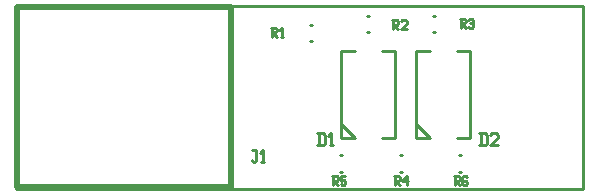
<source format=gbr>
G04 start of page 9 for group -4079 idx -4079 *
G04 Title: (unknown), topsilk *
G04 Creator: pcb 20140316 *
G04 CreationDate: Fri 27 Feb 2015 09:32:21 PM GMT UTC *
G04 For: ndholmes *
G04 Format: Gerber/RS-274X *
G04 PCB-Dimensions (mil): 1900.00 620.00 *
G04 PCB-Coordinate-Origin: lower left *
%MOIN*%
%FSLAX25Y25*%
%LNTOPSILK*%
%ADD51C,0.0200*%
%ADD50C,0.0100*%
G54D50*X500Y500D02*X189500D01*
Y61500D01*
X500D01*
Y500D01*
X127000Y46500D02*Y17500D01*
X109000Y46500D02*Y17500D01*
Y46500D02*X113500D01*
X122500D02*X127000D01*
X109000Y17500D02*X113500D01*
X122500D02*X127000D01*
X109000Y22000D02*X113500Y17500D01*
X128607Y11755D02*X129393D01*
X128607Y6245D02*X129393D01*
X108607Y11755D02*X109393D01*
X108607Y6245D02*X109393D01*
X98607Y55255D02*X99393D01*
X98607Y49745D02*X99393D01*
X152000Y46500D02*Y17500D01*
X134000Y46500D02*Y17500D01*
Y46500D02*X138500D01*
X147500D02*X152000D01*
X134000Y17500D02*X138500D01*
X147500D02*X152000D01*
X134000Y22000D02*X138500Y17500D01*
X148107Y11755D02*X148893D01*
X148107Y6245D02*X148893D01*
X117607Y58255D02*X118393D01*
X117607Y52745D02*X118393D01*
X139607Y58255D02*X140393D01*
X139607Y52745D02*X140393D01*
G54D51*X1000Y1000D02*X72300D01*
X1000Y61000D02*X72300D01*
Y1000D01*
X1000Y61000D02*X980Y1000D01*
G54D50*X101500Y19000D02*Y15000D01*
X103000Y19000D02*X103500Y18500D01*
Y15500D01*
X103000Y15000D02*X103500Y15500D01*
X101000Y15000D02*X103000D01*
X101000Y19000D02*X103000D01*
X105200Y15000D02*X106200D01*
X105700Y19000D02*Y15000D01*
X104700Y18000D02*X105700Y19000D01*
X106000Y4730D02*X107540D01*
X107925Y4345D01*
Y3575D01*
X107540Y3190D02*X107925Y3575D01*
X106385Y3190D02*X107540D01*
X106385Y4730D02*Y1650D01*
Y3190D02*X107925Y1650D01*
X108849Y4730D02*X110389D01*
X108849D02*Y3190D01*
X109234Y3575D01*
X110004D01*
X110389Y3190D01*
Y2035D01*
X110004Y1650D02*X110389Y2035D01*
X109234Y1650D02*X110004D01*
X108849Y2035D02*X109234Y1650D01*
X85500Y54230D02*X87040D01*
X87425Y53845D01*
Y53075D01*
X87040Y52690D02*X87425Y53075D01*
X85885Y52690D02*X87040D01*
X85885Y54230D02*Y51150D01*
Y52690D02*X87425Y51150D01*
X88734D02*X89504D01*
X89119Y54230D02*Y51150D01*
X88349Y53460D02*X89119Y54230D01*
X126500Y4730D02*X128040D01*
X128425Y4345D01*
Y3575D01*
X128040Y3190D02*X128425Y3575D01*
X126885Y3190D02*X128040D01*
X126885Y4730D02*Y1650D01*
Y3190D02*X128425Y1650D01*
X129349Y3190D02*X130889Y4730D01*
X129349Y3190D02*X131274D01*
X130889Y4730D02*Y1650D01*
X155500Y19000D02*Y15000D01*
X157000Y19000D02*X157500Y18500D01*
Y15500D01*
X157000Y15000D02*X157500Y15500D01*
X155000Y15000D02*X157000D01*
X155000Y19000D02*X157000D01*
X158700Y18500D02*X159200Y19000D01*
X160700D01*
X161200Y18500D01*
Y17500D01*
X158700Y15000D02*X161200Y17500D01*
X158700Y15000D02*X161200D01*
X146500Y4730D02*X148040D01*
X148425Y4345D01*
Y3575D01*
X148040Y3190D02*X148425Y3575D01*
X146885Y3190D02*X148040D01*
X146885Y4730D02*Y1650D01*
Y3190D02*X148425Y1650D01*
X150504Y4730D02*X150889Y4345D01*
X149734Y4730D02*X150504D01*
X149349Y4345D02*X149734Y4730D01*
X149349Y4345D02*Y2035D01*
X149734Y1650D01*
X150504Y3190D02*X150889Y2805D01*
X149349Y3190D02*X150504D01*
X149734Y1650D02*X150504D01*
X150889Y2035D01*
Y2805D02*Y2035D01*
X126000Y56730D02*X127540D01*
X127925Y56345D01*
Y55575D01*
X127540Y55190D02*X127925Y55575D01*
X126385Y55190D02*X127540D01*
X126385Y56730D02*Y53650D01*
Y55190D02*X127925Y53650D01*
X128849Y56345D02*X129234Y56730D01*
X130389D01*
X130774Y56345D01*
Y55575D01*
X128849Y53650D02*X130774Y55575D01*
X128849Y53650D02*X130774D01*
X148500Y57230D02*X150040D01*
X150425Y56845D01*
Y56075D01*
X150040Y55690D02*X150425Y56075D01*
X148885Y55690D02*X150040D01*
X148885Y57230D02*Y54150D01*
Y55690D02*X150425Y54150D01*
X151349Y56845D02*X151734Y57230D01*
X152504D01*
X152889Y56845D01*
Y54535D01*
X152504Y54150D02*X152889Y54535D01*
X151734Y54150D02*X152504D01*
X151349Y54535D02*X151734Y54150D01*
Y55690D02*X152889D01*
X79157Y13500D02*X80657D01*
Y10000D01*
X80157Y9500D02*X80657Y10000D01*
X79657Y9500D02*X80157D01*
X79157Y10000D02*X79657Y9500D01*
X82357D02*X83357D01*
X82857Y13500D02*Y9500D01*
X81857Y12500D02*X82857Y13500D01*
M02*

</source>
